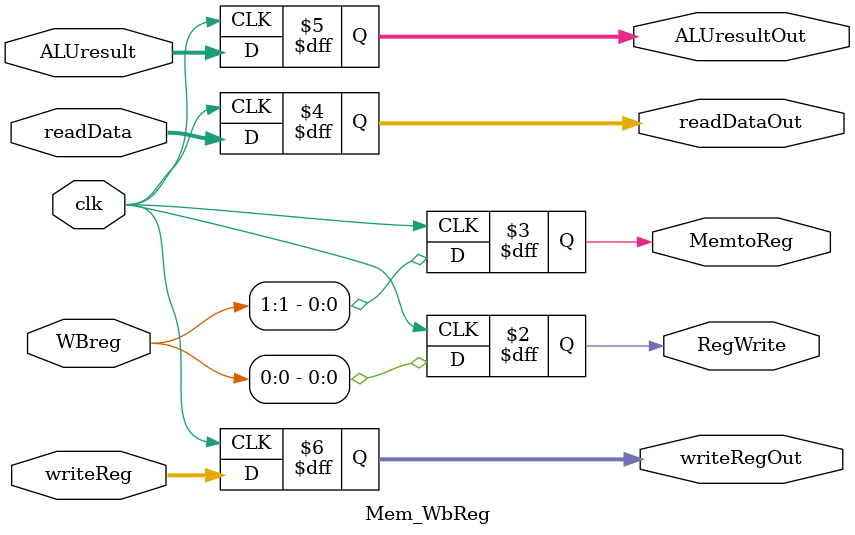
<source format=v>
module Mem_WbReg (WBreg,ALUresult,clk,readData,writeReg,RegWrite,MemtoReg,readDataOut,ALUresultOut,writeRegOut);
  
  input clk;
  input [1:0] WBreg; //contains RegWrite & MemtoReg
  input [4:0] writeReg;
  input [31:0] ALUresult, readData;
  output reg RegWrite, MemtoReg;
  output reg [31:0] readDataOut,ALUresultOut;
  output reg [4:0] writeRegOut;
  
  always@(posedge clk)
    begin
      RegWrite<=WBreg[0];
      MemtoReg<=WBreg[1];
      readDataOut<=readData;
      ALUresultOut<=ALUresult;
      writeRegOut<=writeReg;
      
    end
  
  
endmodule
</source>
